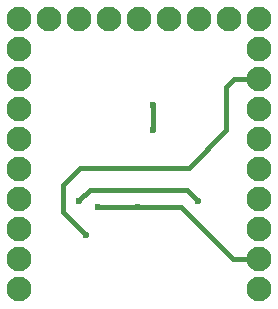
<source format=gbr>
G04 #@! TF.FileFunction,Copper,L2,Bot,Signal*
%FSLAX46Y46*%
G04 Gerber Fmt 4.6, Leading zero omitted, Abs format (unit mm)*
G04 Created by KiCad (PCBNEW 4.0.6) date 07/30/17 20:13:49*
%MOMM*%
%LPD*%
G01*
G04 APERTURE LIST*
%ADD10C,0.100000*%
%ADD11C,2.100000*%
%ADD12C,0.600000*%
%ADD13C,0.400000*%
G04 APERTURE END LIST*
D10*
D11*
X161569400Y-67843400D03*
X161569400Y-70383400D03*
X161569400Y-72923400D03*
X161569400Y-75463400D03*
X161569400Y-78003400D03*
X161569400Y-80543400D03*
X161569400Y-83083400D03*
X161569400Y-85623400D03*
X161569400Y-88163400D03*
X161569400Y-65303400D03*
X159029400Y-65303400D03*
X156489400Y-65303400D03*
X153949400Y-65303400D03*
X151409400Y-65303400D03*
X148869400Y-65303400D03*
X146329400Y-65303400D03*
X143789400Y-65303400D03*
X141249400Y-65303400D03*
X141249400Y-67843400D03*
X141249400Y-70383400D03*
X141249400Y-72923400D03*
X141249400Y-75463400D03*
X141249400Y-78003400D03*
X141249400Y-80543400D03*
X141249400Y-83083400D03*
X141249400Y-85623400D03*
X141249400Y-88163400D03*
D12*
X147941000Y-81225000D03*
X151301000Y-81215000D03*
X156361000Y-80655000D03*
X146361000Y-80655000D03*
X146911000Y-83565000D03*
X152551000Y-74705000D03*
X152551000Y-72525000D03*
D13*
X147941000Y-81225000D02*
X147951000Y-81215000D01*
X147951000Y-81215000D02*
X151301000Y-81215000D01*
X151301000Y-81215000D02*
X154971000Y-81215000D01*
X154971000Y-81215000D02*
X159379400Y-85623400D01*
X159379400Y-85623400D02*
X161569400Y-85623400D01*
X146361000Y-80645000D02*
X146361000Y-80655000D01*
X147261000Y-79745000D02*
X146361000Y-80645000D01*
X155451000Y-79745000D02*
X147261000Y-79745000D01*
X155451000Y-79745000D02*
X156361000Y-80655000D01*
X159442600Y-70383400D02*
X161569400Y-70383400D01*
X158801000Y-71025000D02*
X159442600Y-70383400D01*
X158801000Y-74715000D02*
X158801000Y-71025000D01*
X155601000Y-77915000D02*
X158801000Y-74715000D01*
X146411000Y-77915000D02*
X155601000Y-77915000D01*
X144951000Y-79375000D02*
X146411000Y-77915000D01*
X144951000Y-81605000D02*
X144951000Y-79375000D01*
X146911000Y-83565000D02*
X144951000Y-81605000D01*
X152551000Y-72525000D02*
X152551000Y-74705000D01*
M02*

</source>
